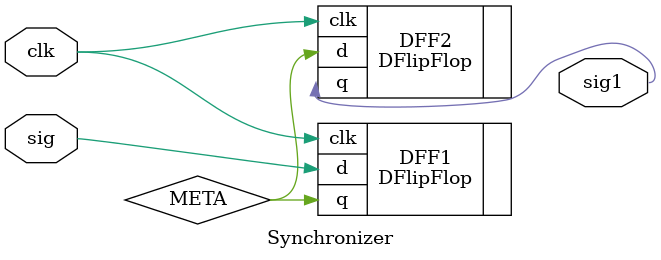
<source format=v>
`timescale 1ns / 1ps

module Synchronizer(

input clk, sig, output sig1
    );
    
    wire META;
    
    DFlipFlop DFF1(.clk(clk), .d(sig), .q(META));
    
    DFlipFlop DFF2(.clk(clk), .d(META), .q(sig1));
    
endmodule

</source>
